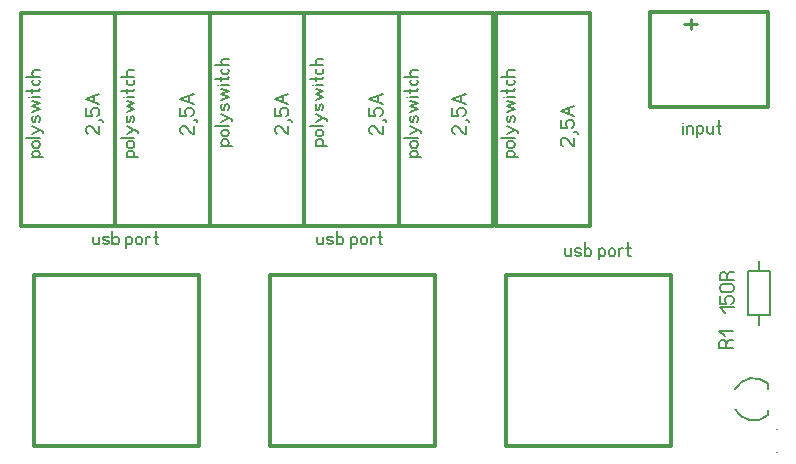
<source format=gto>
%FSLAX34Y34*%
%MOMM*%
%LNSILK_TOP*%
G71*
G01*
%ADD10C, 0.300*%
%ADD11C, 0.144*%
%ADD12C, 0.150*%
%ADD13C, 0.222*%
%LPD*%
G54D10*
X269041Y425294D02*
X129041Y425294D01*
X129041Y280294D01*
X269041Y280294D01*
X269041Y425294D01*
G54D11*
X184241Y457794D02*
X184241Y451294D01*
G54D11*
X184241Y452738D02*
X183374Y451583D01*
X181641Y451294D01*
X179908Y451583D01*
X179041Y452738D01*
X179041Y457794D01*
G54D11*
X187419Y452016D02*
X189152Y451294D01*
X190886Y451294D01*
X192619Y452016D01*
X192619Y453461D01*
X191752Y454183D01*
X188286Y454905D01*
X187419Y455627D01*
X187419Y457072D01*
X189152Y457794D01*
X190886Y457794D01*
X192619Y457072D01*
G54D11*
X195797Y451294D02*
X195797Y462850D01*
G54D11*
X195797Y455916D02*
X196664Y457361D01*
X198397Y457794D01*
X200130Y457361D01*
X200997Y455916D01*
X200997Y453027D01*
X200130Y451583D01*
X198397Y451294D01*
X196664Y451583D01*
X195797Y453027D01*
G54D11*
X207526Y457794D02*
X207526Y448405D01*
G54D11*
X207526Y453461D02*
X208393Y451583D01*
X210126Y451294D01*
X211859Y451583D01*
X212726Y453027D01*
X212726Y455916D01*
X211859Y457361D01*
X210126Y457794D01*
X208393Y457361D01*
X207526Y455627D01*
G54D11*
X221104Y453027D02*
X221104Y455916D01*
X220237Y457361D01*
X218504Y457794D01*
X216771Y457361D01*
X215904Y455916D01*
X215904Y453027D01*
X216771Y451583D01*
X218504Y451294D01*
X220237Y451583D01*
X221104Y453027D01*
G54D11*
X224282Y451294D02*
X224282Y457794D01*
G54D11*
X224282Y456350D02*
X226015Y457794D01*
X227749Y457794D01*
G54D11*
X232660Y462850D02*
X232660Y452016D01*
X233527Y451294D01*
X234394Y451583D01*
G54D11*
X230927Y457794D02*
X234394Y457794D01*
G54D10*
X469041Y425294D02*
X329041Y425294D01*
X329041Y280294D01*
X469041Y280294D01*
X469041Y425294D01*
G54D11*
X374241Y457794D02*
X374241Y451294D01*
G54D11*
X374241Y452738D02*
X373374Y451583D01*
X371641Y451294D01*
X369908Y451583D01*
X369041Y452738D01*
X369041Y457794D01*
G54D11*
X377419Y452016D02*
X379152Y451294D01*
X380886Y451294D01*
X382619Y452016D01*
X382619Y453461D01*
X381752Y454183D01*
X378286Y454905D01*
X377419Y455627D01*
X377419Y457072D01*
X379152Y457794D01*
X380886Y457794D01*
X382619Y457072D01*
G54D11*
X385797Y451294D02*
X385797Y462850D01*
G54D11*
X385797Y455916D02*
X386664Y457361D01*
X388397Y457794D01*
X390130Y457361D01*
X390997Y455916D01*
X390997Y453027D01*
X390130Y451583D01*
X388397Y451294D01*
X386664Y451583D01*
X385797Y453027D01*
G54D11*
X397526Y457794D02*
X397526Y448405D01*
G54D11*
X397526Y453461D02*
X398393Y451583D01*
X400126Y451294D01*
X401859Y451583D01*
X402726Y453027D01*
X402726Y455916D01*
X401859Y457361D01*
X400126Y457794D01*
X398393Y457361D01*
X397526Y455627D01*
G54D11*
X411104Y453027D02*
X411104Y455916D01*
X410237Y457361D01*
X408504Y457794D01*
X406771Y457361D01*
X405904Y455916D01*
X405904Y453027D01*
X406771Y451583D01*
X408504Y451294D01*
X410237Y451583D01*
X411104Y453027D01*
G54D11*
X414282Y451294D02*
X414282Y457794D01*
G54D11*
X414282Y456350D02*
X416015Y457794D01*
X417749Y457794D01*
G54D11*
X422660Y462850D02*
X422660Y452016D01*
X423527Y451294D01*
X424394Y451583D01*
G54D11*
X420927Y457794D02*
X424394Y457794D01*
G54D10*
X669041Y425294D02*
X529041Y425294D01*
X529041Y280294D01*
X669041Y280294D01*
X669041Y425294D01*
G54D11*
X584241Y447794D02*
X584241Y441294D01*
G54D11*
X584241Y442738D02*
X583374Y441583D01*
X581641Y441294D01*
X579908Y441583D01*
X579041Y442738D01*
X579041Y447794D01*
G54D11*
X587419Y442016D02*
X589152Y441294D01*
X590886Y441294D01*
X592619Y442016D01*
X592619Y443461D01*
X591752Y444183D01*
X588286Y444905D01*
X587419Y445627D01*
X587419Y447072D01*
X589152Y447794D01*
X590886Y447794D01*
X592619Y447072D01*
G54D11*
X595797Y441294D02*
X595797Y452850D01*
G54D11*
X595797Y445916D02*
X596664Y447361D01*
X598397Y447794D01*
X600130Y447361D01*
X600997Y445916D01*
X600997Y443027D01*
X600130Y441583D01*
X598397Y441294D01*
X596664Y441583D01*
X595797Y443027D01*
G54D11*
X607526Y447794D02*
X607526Y438405D01*
G54D11*
X607526Y443461D02*
X608393Y441583D01*
X610126Y441294D01*
X611859Y441583D01*
X612726Y443027D01*
X612726Y445916D01*
X611859Y447361D01*
X610126Y447794D01*
X608393Y447361D01*
X607526Y445627D01*
G54D11*
X621104Y443027D02*
X621104Y445916D01*
X620237Y447361D01*
X618504Y447794D01*
X616771Y447361D01*
X615904Y445916D01*
X615904Y443027D01*
X616771Y441583D01*
X618504Y441294D01*
X620237Y441583D01*
X621104Y443027D01*
G54D11*
X624282Y441294D02*
X624282Y447794D01*
G54D11*
X624282Y446350D02*
X626015Y447794D01*
X627749Y447794D01*
G54D11*
X632660Y452850D02*
X632660Y442016D01*
X633527Y441294D01*
X634394Y441583D01*
G54D11*
X630927Y447794D02*
X634394Y447794D01*
G54D10*
X650699Y647484D02*
X650699Y567484D01*
X750699Y567484D01*
G54D10*
X650699Y647484D02*
X750699Y647484D01*
X750699Y567484D01*
G54D11*
X679200Y544985D02*
X679200Y551485D01*
G54D11*
X679200Y553651D02*
X679200Y553651D01*
G54D11*
X682378Y544985D02*
X682378Y551485D01*
G54D11*
X682378Y550040D02*
X683244Y551051D01*
X684978Y551485D01*
X686711Y551051D01*
X687578Y550040D01*
X687578Y544985D01*
G54D11*
X690756Y551485D02*
X690756Y542096D01*
G54D11*
X690756Y547151D02*
X691622Y545274D01*
X693356Y544985D01*
X695089Y545274D01*
X695956Y546718D01*
X695956Y549607D01*
X695089Y551051D01*
X693356Y551485D01*
X691622Y551051D01*
X690756Y549318D01*
G54D11*
X704334Y551485D02*
X704334Y544985D01*
G54D11*
X704334Y546429D02*
X703467Y545274D01*
X701734Y544985D01*
X700000Y545274D01*
X699134Y546429D01*
X699134Y551485D01*
G54D11*
X709245Y556540D02*
X709245Y545707D01*
X710112Y544985D01*
X710978Y545274D01*
G54D11*
X707512Y551485D02*
X710978Y551485D01*
G54D10*
X198118Y646910D02*
X198118Y466910D01*
X118118Y466910D01*
X118118Y646910D01*
X198118Y646910D01*
G54D11*
X127687Y524742D02*
X137076Y524742D01*
G54D11*
X132021Y524742D02*
X133898Y525609D01*
X134187Y527342D01*
X133898Y529076D01*
X132454Y529942D01*
X129565Y529942D01*
X128121Y529076D01*
X127687Y527342D01*
X128121Y525609D01*
X129854Y524742D01*
G54D11*
X132454Y538320D02*
X129565Y538320D01*
X128121Y537454D01*
X127687Y535720D01*
X128121Y533987D01*
X129565Y533120D01*
X132454Y533120D01*
X133898Y533987D01*
X134187Y535720D01*
X133898Y537454D01*
X132454Y538320D01*
G54D11*
X134187Y541498D02*
X122632Y541498D01*
G54D11*
X127687Y544676D02*
X134187Y548143D01*
X127687Y551610D01*
G54D11*
X134187Y548143D02*
X136354Y547276D01*
X137076Y546410D01*
X137076Y545543D01*
G54D11*
X133465Y554787D02*
X134187Y556521D01*
X134187Y558254D01*
X133465Y559987D01*
X132021Y559987D01*
X131298Y559121D01*
X130576Y555654D01*
X129854Y554787D01*
X128410Y554787D01*
X127687Y556521D01*
X127687Y558254D01*
X128410Y559987D01*
G54D11*
X127687Y563165D02*
X134187Y565765D01*
X127687Y568365D01*
X134187Y570965D01*
X127687Y572699D01*
G54D11*
X134187Y575876D02*
X127687Y575876D01*
G54D11*
X125521Y575876D02*
X125521Y575876D01*
G54D11*
X122632Y580788D02*
X133465Y580788D01*
X134187Y581654D01*
X133898Y582521D01*
G54D11*
X127687Y579054D02*
X127687Y582521D01*
G54D11*
X128121Y590033D02*
X127687Y588299D01*
X128121Y586566D01*
X129565Y585699D01*
X132454Y585699D01*
X133898Y586566D01*
X134187Y588299D01*
X133898Y590033D01*
G54D11*
X134187Y593210D02*
X122632Y593210D01*
G54D11*
X129565Y593210D02*
X128121Y594077D01*
X127687Y595810D01*
X128121Y597544D01*
X129565Y598410D01*
X134187Y598410D01*
G54D11*
X184785Y551590D02*
X184785Y544657D01*
X184063Y544657D01*
X182618Y545523D01*
X178285Y550723D01*
X176840Y551590D01*
X175396Y551590D01*
X173952Y550723D01*
X173229Y548990D01*
X173229Y547257D01*
X173952Y545523D01*
X175396Y544657D01*
G54D11*
X184785Y556501D02*
X186229Y556501D01*
X187674Y555634D01*
X187674Y554768D01*
G54D11*
X173229Y566612D02*
X173229Y559679D01*
X178285Y559679D01*
X178285Y560545D01*
X177563Y562279D01*
X177563Y564012D01*
X178285Y565745D01*
X179729Y566612D01*
X182618Y566612D01*
X184063Y565745D01*
X184785Y564012D01*
X184785Y562279D01*
X184063Y560545D01*
X182618Y559679D01*
G54D11*
X184785Y569790D02*
X173229Y574123D01*
X184785Y578456D01*
G54D11*
X180452Y571523D02*
X180452Y576723D01*
G54D10*
X278118Y646910D02*
X278118Y466910D01*
X198118Y466910D01*
X198118Y646910D01*
X278118Y646910D01*
G54D11*
X207687Y524742D02*
X217076Y524742D01*
G54D11*
X212021Y524742D02*
X213898Y525609D01*
X214187Y527342D01*
X213898Y529076D01*
X212454Y529942D01*
X209565Y529942D01*
X208121Y529076D01*
X207687Y527342D01*
X208121Y525609D01*
X209854Y524742D01*
G54D11*
X212454Y538320D02*
X209565Y538320D01*
X208121Y537454D01*
X207687Y535720D01*
X208121Y533987D01*
X209565Y533120D01*
X212454Y533120D01*
X213898Y533987D01*
X214187Y535720D01*
X213898Y537454D01*
X212454Y538320D01*
G54D11*
X214187Y541498D02*
X202632Y541498D01*
G54D11*
X207687Y544676D02*
X214187Y548143D01*
X207687Y551610D01*
G54D11*
X214187Y548143D02*
X216354Y547276D01*
X217076Y546410D01*
X217076Y545543D01*
G54D11*
X213465Y554787D02*
X214187Y556521D01*
X214187Y558254D01*
X213465Y559987D01*
X212021Y559987D01*
X211298Y559121D01*
X210576Y555654D01*
X209854Y554787D01*
X208410Y554787D01*
X207687Y556521D01*
X207687Y558254D01*
X208410Y559987D01*
G54D11*
X207687Y563165D02*
X214187Y565765D01*
X207687Y568365D01*
X214187Y570965D01*
X207687Y572699D01*
G54D11*
X214187Y575876D02*
X207687Y575876D01*
G54D11*
X205521Y575876D02*
X205521Y575876D01*
G54D11*
X202632Y580788D02*
X213465Y580788D01*
X214187Y581654D01*
X213898Y582521D01*
G54D11*
X207687Y579054D02*
X207687Y582521D01*
G54D11*
X208121Y590033D02*
X207687Y588299D01*
X208121Y586566D01*
X209565Y585699D01*
X212454Y585699D01*
X213898Y586566D01*
X214187Y588299D01*
X213898Y590033D01*
G54D11*
X214187Y593210D02*
X202632Y593210D01*
G54D11*
X209565Y593210D02*
X208121Y594077D01*
X207687Y595810D01*
X208121Y597544D01*
X209565Y598410D01*
X214187Y598410D01*
G54D11*
X264785Y551590D02*
X264785Y544657D01*
X264063Y544657D01*
X262618Y545523D01*
X258285Y550723D01*
X256840Y551590D01*
X255396Y551590D01*
X253952Y550723D01*
X253229Y548990D01*
X253229Y547257D01*
X253952Y545523D01*
X255396Y544657D01*
G54D11*
X264785Y556501D02*
X266229Y556501D01*
X267674Y555634D01*
X267674Y554768D01*
G54D11*
X253229Y566612D02*
X253229Y559679D01*
X258285Y559679D01*
X258285Y560545D01*
X257563Y562279D01*
X257563Y564012D01*
X258285Y565745D01*
X259729Y566612D01*
X262618Y566612D01*
X264063Y565745D01*
X264785Y564012D01*
X264785Y562279D01*
X264063Y560545D01*
X262618Y559679D01*
G54D11*
X264785Y569790D02*
X253229Y574123D01*
X264785Y578456D01*
G54D11*
X260452Y571523D02*
X260452Y576723D01*
G54D10*
X358118Y646910D02*
X358118Y466910D01*
X278118Y466910D01*
X278118Y646910D01*
X358118Y646910D01*
G54D11*
X287687Y534742D02*
X297076Y534742D01*
G54D11*
X292021Y534742D02*
X293898Y535609D01*
X294187Y537342D01*
X293898Y539076D01*
X292454Y539942D01*
X289565Y539942D01*
X288121Y539076D01*
X287687Y537342D01*
X288121Y535609D01*
X289854Y534742D01*
G54D11*
X292454Y548320D02*
X289565Y548320D01*
X288121Y547454D01*
X287687Y545720D01*
X288121Y543987D01*
X289565Y543120D01*
X292454Y543120D01*
X293898Y543987D01*
X294187Y545720D01*
X293898Y547454D01*
X292454Y548320D01*
G54D11*
X294187Y551498D02*
X282632Y551498D01*
G54D11*
X287687Y554676D02*
X294187Y558143D01*
X287687Y561610D01*
G54D11*
X294187Y558143D02*
X296354Y557276D01*
X297076Y556410D01*
X297076Y555543D01*
G54D11*
X293465Y564787D02*
X294187Y566521D01*
X294187Y568254D01*
X293465Y569987D01*
X292021Y569987D01*
X291298Y569121D01*
X290576Y565654D01*
X289854Y564787D01*
X288410Y564787D01*
X287687Y566521D01*
X287687Y568254D01*
X288410Y569987D01*
G54D11*
X287687Y573165D02*
X294187Y575765D01*
X287687Y578365D01*
X294187Y580965D01*
X287687Y582699D01*
G54D11*
X294187Y585876D02*
X287687Y585876D01*
G54D11*
X285521Y585876D02*
X285521Y585876D01*
G54D11*
X282632Y590788D02*
X293465Y590788D01*
X294187Y591654D01*
X293898Y592521D01*
G54D11*
X287687Y589054D02*
X287687Y592521D01*
G54D11*
X288121Y600033D02*
X287687Y598299D01*
X288121Y596566D01*
X289565Y595699D01*
X292454Y595699D01*
X293898Y596566D01*
X294187Y598299D01*
X293898Y600033D01*
G54D11*
X294187Y603210D02*
X282632Y603210D01*
G54D11*
X289565Y603210D02*
X288121Y604077D01*
X287687Y605810D01*
X288121Y607544D01*
X289565Y608410D01*
X294187Y608410D01*
G54D11*
X344785Y551590D02*
X344785Y544657D01*
X344063Y544657D01*
X342618Y545523D01*
X338285Y550723D01*
X336840Y551590D01*
X335396Y551590D01*
X333952Y550723D01*
X333229Y548990D01*
X333229Y547257D01*
X333952Y545523D01*
X335396Y544657D01*
G54D11*
X344785Y556501D02*
X346229Y556501D01*
X347674Y555634D01*
X347674Y554768D01*
G54D11*
X333229Y566612D02*
X333229Y559679D01*
X338285Y559679D01*
X338285Y560545D01*
X337563Y562279D01*
X337563Y564012D01*
X338285Y565745D01*
X339729Y566612D01*
X342618Y566612D01*
X344063Y565745D01*
X344785Y564012D01*
X344785Y562279D01*
X344063Y560545D01*
X342618Y559679D01*
G54D11*
X344785Y569790D02*
X333229Y574123D01*
X344785Y578456D01*
G54D11*
X340452Y571523D02*
X340452Y576723D01*
G54D10*
X438118Y646910D02*
X438118Y466910D01*
X358118Y466910D01*
X358118Y646910D01*
X438118Y646910D01*
G54D11*
X367687Y534742D02*
X377076Y534742D01*
G54D11*
X372021Y534742D02*
X373898Y535609D01*
X374187Y537342D01*
X373898Y539076D01*
X372454Y539942D01*
X369565Y539942D01*
X368121Y539076D01*
X367687Y537342D01*
X368121Y535609D01*
X369854Y534742D01*
G54D11*
X372454Y548320D02*
X369565Y548320D01*
X368121Y547454D01*
X367687Y545720D01*
X368121Y543987D01*
X369565Y543120D01*
X372454Y543120D01*
X373898Y543987D01*
X374187Y545720D01*
X373898Y547454D01*
X372454Y548320D01*
G54D11*
X374187Y551498D02*
X362632Y551498D01*
G54D11*
X367687Y554676D02*
X374187Y558143D01*
X367687Y561610D01*
G54D11*
X374187Y558143D02*
X376354Y557276D01*
X377076Y556410D01*
X377076Y555543D01*
G54D11*
X373465Y564787D02*
X374187Y566521D01*
X374187Y568254D01*
X373465Y569987D01*
X372021Y569987D01*
X371298Y569121D01*
X370576Y565654D01*
X369854Y564787D01*
X368410Y564787D01*
X367687Y566521D01*
X367687Y568254D01*
X368410Y569987D01*
G54D11*
X367687Y573165D02*
X374187Y575765D01*
X367687Y578365D01*
X374187Y580965D01*
X367687Y582699D01*
G54D11*
X374187Y585876D02*
X367687Y585876D01*
G54D11*
X365521Y585876D02*
X365521Y585876D01*
G54D11*
X362632Y590788D02*
X373465Y590788D01*
X374187Y591654D01*
X373898Y592521D01*
G54D11*
X367687Y589054D02*
X367687Y592521D01*
G54D11*
X368121Y600033D02*
X367687Y598299D01*
X368121Y596566D01*
X369565Y595699D01*
X372454Y595699D01*
X373898Y596566D01*
X374187Y598299D01*
X373898Y600033D01*
G54D11*
X374187Y603210D02*
X362632Y603210D01*
G54D11*
X369565Y603210D02*
X368121Y604077D01*
X367687Y605810D01*
X368121Y607544D01*
X369565Y608410D01*
X374187Y608410D01*
G54D11*
X424785Y551590D02*
X424785Y544657D01*
X424063Y544657D01*
X422618Y545523D01*
X418285Y550723D01*
X416840Y551590D01*
X415396Y551590D01*
X413952Y550723D01*
X413229Y548990D01*
X413229Y547257D01*
X413952Y545523D01*
X415396Y544657D01*
G54D11*
X424785Y556501D02*
X426229Y556501D01*
X427674Y555634D01*
X427674Y554768D01*
G54D11*
X413229Y566612D02*
X413229Y559679D01*
X418285Y559679D01*
X418285Y560545D01*
X417563Y562279D01*
X417563Y564012D01*
X418285Y565745D01*
X419729Y566612D01*
X422618Y566612D01*
X424063Y565745D01*
X424785Y564012D01*
X424785Y562279D01*
X424063Y560545D01*
X422618Y559679D01*
G54D11*
X424785Y569790D02*
X413229Y574123D01*
X424785Y578456D01*
G54D11*
X420452Y571523D02*
X420452Y576723D01*
G54D10*
X518118Y646910D02*
X518118Y466910D01*
X438118Y466910D01*
X438118Y646910D01*
X518118Y646910D01*
G54D11*
X447687Y524742D02*
X457076Y524742D01*
G54D11*
X452021Y524742D02*
X453898Y525609D01*
X454187Y527342D01*
X453898Y529076D01*
X452454Y529942D01*
X449565Y529942D01*
X448121Y529076D01*
X447687Y527342D01*
X448121Y525609D01*
X449854Y524742D01*
G54D11*
X452454Y538320D02*
X449565Y538320D01*
X448121Y537454D01*
X447687Y535720D01*
X448121Y533987D01*
X449565Y533120D01*
X452454Y533120D01*
X453898Y533987D01*
X454187Y535720D01*
X453898Y537454D01*
X452454Y538320D01*
G54D11*
X454187Y541498D02*
X442632Y541498D01*
G54D11*
X447687Y544676D02*
X454187Y548143D01*
X447687Y551610D01*
G54D11*
X454187Y548143D02*
X456354Y547276D01*
X457076Y546410D01*
X457076Y545543D01*
G54D11*
X453465Y554787D02*
X454187Y556521D01*
X454187Y558254D01*
X453465Y559987D01*
X452021Y559987D01*
X451298Y559121D01*
X450576Y555654D01*
X449854Y554787D01*
X448410Y554787D01*
X447687Y556521D01*
X447687Y558254D01*
X448410Y559987D01*
G54D11*
X447687Y563165D02*
X454187Y565765D01*
X447687Y568365D01*
X454187Y570965D01*
X447687Y572699D01*
G54D11*
X454187Y575876D02*
X447687Y575876D01*
G54D11*
X445521Y575876D02*
X445521Y575876D01*
G54D11*
X442632Y580788D02*
X453465Y580788D01*
X454187Y581654D01*
X453898Y582521D01*
G54D11*
X447687Y579054D02*
X447687Y582521D01*
G54D11*
X448121Y590033D02*
X447687Y588299D01*
X448121Y586566D01*
X449565Y585699D01*
X452454Y585699D01*
X453898Y586566D01*
X454187Y588299D01*
X453898Y590033D01*
G54D11*
X454187Y593210D02*
X442632Y593210D01*
G54D11*
X449565Y593210D02*
X448121Y594077D01*
X447687Y595810D01*
X448121Y597544D01*
X449565Y598410D01*
X454187Y598410D01*
G54D11*
X494785Y551590D02*
X494785Y544657D01*
X494063Y544657D01*
X492618Y545523D01*
X488285Y550723D01*
X486840Y551590D01*
X485396Y551590D01*
X483952Y550723D01*
X483229Y548990D01*
X483229Y547257D01*
X483952Y545523D01*
X485396Y544657D01*
G54D11*
X494785Y556501D02*
X496229Y556501D01*
X497674Y555634D01*
X497674Y554768D01*
G54D11*
X483229Y566612D02*
X483229Y559679D01*
X488285Y559679D01*
X488285Y560545D01*
X487563Y562279D01*
X487563Y564012D01*
X488285Y565745D01*
X489729Y566612D01*
X492618Y566612D01*
X494063Y565745D01*
X494785Y564012D01*
X494785Y562279D01*
X494063Y560545D01*
X492618Y559679D01*
G54D11*
X494785Y569790D02*
X483229Y574123D01*
X494785Y578456D01*
G54D11*
X490452Y571523D02*
X490452Y576723D01*
G54D10*
X600118Y646910D02*
X600118Y466910D01*
X520118Y466910D01*
X520118Y646910D01*
X600118Y646910D01*
G54D11*
X529687Y524742D02*
X539076Y524742D01*
G54D11*
X534021Y524742D02*
X535898Y525609D01*
X536187Y527342D01*
X535898Y529076D01*
X534454Y529942D01*
X531565Y529942D01*
X530121Y529076D01*
X529687Y527342D01*
X530121Y525609D01*
X531854Y524742D01*
G54D11*
X534454Y538320D02*
X531565Y538320D01*
X530121Y537454D01*
X529687Y535720D01*
X530121Y533987D01*
X531565Y533120D01*
X534454Y533120D01*
X535898Y533987D01*
X536187Y535720D01*
X535898Y537454D01*
X534454Y538320D01*
G54D11*
X536187Y541498D02*
X524632Y541498D01*
G54D11*
X529687Y544676D02*
X536187Y548143D01*
X529687Y551610D01*
G54D11*
X536187Y548143D02*
X538354Y547276D01*
X539076Y546410D01*
X539076Y545543D01*
G54D11*
X535465Y554787D02*
X536187Y556521D01*
X536187Y558254D01*
X535465Y559987D01*
X534021Y559987D01*
X533298Y559121D01*
X532576Y555654D01*
X531854Y554787D01*
X530410Y554787D01*
X529687Y556521D01*
X529687Y558254D01*
X530410Y559987D01*
G54D11*
X529687Y563165D02*
X536187Y565765D01*
X529687Y568365D01*
X536187Y570965D01*
X529687Y572699D01*
G54D11*
X536187Y575876D02*
X529687Y575876D01*
G54D11*
X527521Y575876D02*
X527521Y575876D01*
G54D11*
X524632Y580788D02*
X535465Y580788D01*
X536187Y581654D01*
X535898Y582521D01*
G54D11*
X529687Y579054D02*
X529687Y582521D01*
G54D11*
X530121Y590033D02*
X529687Y588299D01*
X530121Y586566D01*
X531565Y585699D01*
X534454Y585699D01*
X535898Y586566D01*
X536187Y588299D01*
X535898Y590033D01*
G54D11*
X536187Y593210D02*
X524632Y593210D01*
G54D11*
X531565Y593210D02*
X530121Y594077D01*
X529687Y595810D01*
X530121Y597544D01*
X531565Y598410D01*
X536187Y598410D01*
G54D11*
X586785Y541590D02*
X586785Y534657D01*
X586063Y534657D01*
X584618Y535523D01*
X580285Y540723D01*
X578840Y541590D01*
X577396Y541590D01*
X575952Y540723D01*
X575229Y538990D01*
X575229Y537257D01*
X575952Y535523D01*
X577396Y534657D01*
G54D11*
X586785Y546501D02*
X588229Y546501D01*
X589674Y545634D01*
X589674Y544768D01*
G54D11*
X575229Y556612D02*
X575229Y549679D01*
X580285Y549679D01*
X580285Y550545D01*
X579563Y552279D01*
X579563Y554012D01*
X580285Y555745D01*
X581729Y556612D01*
X584618Y556612D01*
X586063Y555745D01*
X586785Y554012D01*
X586785Y552279D01*
X586063Y550545D01*
X584618Y549679D01*
G54D11*
X586785Y559790D02*
X575229Y564123D01*
X586785Y568456D01*
G54D11*
X582452Y561523D02*
X582452Y566723D01*
G54D12*
G75*
G01X722907Y311550D02*
G03X750844Y306623I15893J8450D01*
G01*
G54D12*
G75*
G01X750370Y333789D02*
G03X722907Y328451I-11570J-13789D01*
G01*
G54D12*
X750800Y306500D02*
X750800Y311300D01*
G54D12*
X750700Y333500D02*
X750700Y328700D01*
G54D11*
X758000Y275276D02*
X758000Y275276D01*
G54D11*
X758000Y294776D02*
X758000Y294776D01*
G54D13*
X680000Y637778D02*
X690667Y637778D01*
G54D13*
X685333Y642222D02*
X685333Y633333D01*
G54D12*
X733798Y428974D02*
X752798Y428974D01*
X752798Y390974D01*
X733798Y390974D01*
X733798Y428974D01*
G54D12*
X743298Y429074D02*
X743298Y436974D01*
G54D12*
X743298Y390974D02*
X743298Y383074D01*
G54D11*
X715423Y367097D02*
X716868Y369697D01*
X718312Y370563D01*
X721201Y370563D01*
G54D11*
X721201Y363630D02*
X709645Y363630D01*
X709645Y367963D01*
X710368Y369697D01*
X711812Y370563D01*
X713257Y370563D01*
X714701Y369697D01*
X715423Y367963D01*
X715423Y363630D01*
G54D11*
X713979Y373741D02*
X709645Y378074D01*
X721201Y378074D01*
G54D11*
X714382Y393383D02*
X710048Y397716D01*
X721604Y397716D01*
G54D11*
X710048Y407827D02*
X710048Y400894D01*
X715104Y400894D01*
X715104Y401761D01*
X714382Y403494D01*
X714382Y405227D01*
X715104Y406961D01*
X716548Y407827D01*
X719437Y407827D01*
X720882Y406961D01*
X721604Y405227D01*
X721604Y403494D01*
X720882Y401761D01*
X719437Y400894D01*
G54D11*
X712215Y417938D02*
X719437Y417938D01*
X720882Y417072D01*
X721604Y415338D01*
X721604Y413605D01*
X720882Y411872D01*
X719437Y411005D01*
X712215Y411005D01*
X710771Y411872D01*
X710048Y413605D01*
X710048Y415338D01*
X710771Y417072D01*
X712215Y417938D01*
G54D11*
X715826Y424583D02*
X717271Y427183D01*
X718715Y428049D01*
X721604Y428049D01*
G54D11*
X721604Y421116D02*
X710048Y421116D01*
X710048Y425449D01*
X710771Y427183D01*
X712215Y428049D01*
X713660Y428049D01*
X715104Y427183D01*
X715826Y425449D01*
X715826Y421116D01*
M02*

</source>
